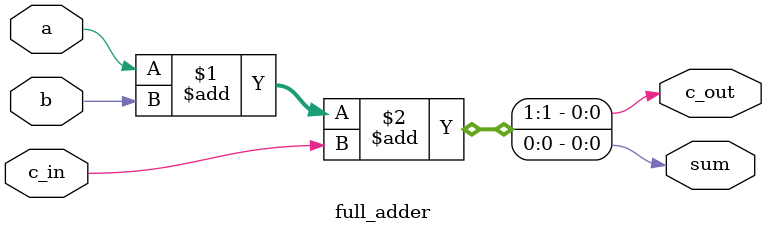
<source format=v>
module full_adder(sum, c_out, a, b, c_in);

input a, b, c_in;
output sum, c_out;

assign {c_out, sum} = a + b + c_in;

endmodule
</source>
